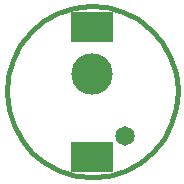
<source format=gbs>
G04 (created by PCBNEW-RS274X (2011-05-25)-stable) date Mon 20 Aug 2012 19:38:16 BST*
G01*
G70*
G90*
%MOIN*%
G04 Gerber Fmt 3.4, Leading zero omitted, Abs format*
%FSLAX34Y34*%
G04 APERTURE LIST*
%ADD10C,0.006000*%
%ADD11C,0.015000*%
%ADD12C,0.138100*%
%ADD13C,0.065000*%
%ADD14R,0.142000X0.102700*%
G04 APERTURE END LIST*
G54D10*
G54D11*
X42224Y-39370D02*
X42169Y-39924D01*
X42008Y-40457D01*
X41747Y-40949D01*
X41395Y-41381D01*
X40965Y-41736D01*
X40475Y-42000D01*
X39943Y-42165D01*
X39389Y-42223D01*
X38836Y-42173D01*
X38301Y-42016D01*
X37808Y-41758D01*
X37374Y-41409D01*
X37016Y-40982D01*
X36747Y-40494D01*
X36579Y-39963D01*
X36517Y-39409D01*
X36563Y-38855D01*
X36717Y-38320D01*
X36972Y-37824D01*
X37318Y-37388D01*
X37742Y-37027D01*
X38228Y-36755D01*
X38758Y-36583D01*
X39311Y-36517D01*
X39865Y-36560D01*
X40402Y-36710D01*
X40899Y-36961D01*
X41338Y-37304D01*
X41702Y-37725D01*
X41977Y-38210D01*
X42153Y-38738D01*
X42222Y-39291D01*
X42224Y-39370D01*
G54D12*
X39370Y-38780D03*
G54D13*
X40453Y-40846D03*
G54D14*
X39370Y-41535D03*
X39370Y-37205D03*
M02*

</source>
